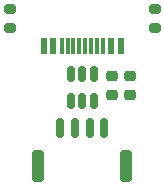
<source format=gbr>
%TF.GenerationSoftware,KiCad,Pcbnew,(6.0.5)*%
%TF.CreationDate,2022-07-03T04:30:49-06:00*%
%TF.ProjectId,usbc-daughter-board,75736263-2d64-4617-9567-687465722d62,1.0*%
%TF.SameCoordinates,Original*%
%TF.FileFunction,Paste,Top*%
%TF.FilePolarity,Positive*%
%FSLAX46Y46*%
G04 Gerber Fmt 4.6, Leading zero omitted, Abs format (unit mm)*
G04 Created by KiCad (PCBNEW (6.0.5)) date 2022-07-03 04:30:49*
%MOMM*%
%LPD*%
G01*
G04 APERTURE LIST*
G04 Aperture macros list*
%AMRoundRect*
0 Rectangle with rounded corners*
0 $1 Rounding radius*
0 $2 $3 $4 $5 $6 $7 $8 $9 X,Y pos of 4 corners*
0 Add a 4 corners polygon primitive as box body*
4,1,4,$2,$3,$4,$5,$6,$7,$8,$9,$2,$3,0*
0 Add four circle primitives for the rounded corners*
1,1,$1+$1,$2,$3*
1,1,$1+$1,$4,$5*
1,1,$1+$1,$6,$7*
1,1,$1+$1,$8,$9*
0 Add four rect primitives between the rounded corners*
20,1,$1+$1,$2,$3,$4,$5,0*
20,1,$1+$1,$4,$5,$6,$7,0*
20,1,$1+$1,$6,$7,$8,$9,0*
20,1,$1+$1,$8,$9,$2,$3,0*%
G04 Aperture macros list end*
%ADD10RoundRect,0.218750X-0.256250X0.218750X-0.256250X-0.218750X0.256250X-0.218750X0.256250X0.218750X0*%
%ADD11RoundRect,0.200000X-0.275000X0.200000X-0.275000X-0.200000X0.275000X-0.200000X0.275000X0.200000X0*%
%ADD12RoundRect,0.150000X-0.150000X0.512500X-0.150000X-0.512500X0.150000X-0.512500X0.150000X0.512500X0*%
%ADD13RoundRect,0.225000X0.250000X-0.225000X0.250000X0.225000X-0.250000X0.225000X-0.250000X-0.225000X0*%
%ADD14RoundRect,0.150000X-0.150000X-0.700000X0.150000X-0.700000X0.150000X0.700000X-0.150000X0.700000X0*%
%ADD15RoundRect,0.250000X-0.250000X-1.100000X0.250000X-1.100000X0.250000X1.100000X-0.250000X1.100000X0*%
%ADD16R,0.600000X1.450000*%
%ADD17R,0.300000X1.450000*%
G04 APERTURE END LIST*
D10*
%TO.C,F1*%
X130030000Y-71542500D03*
X130030000Y-73117500D03*
%TD*%
D11*
%TO.C,R1*%
X121340000Y-65815000D03*
X121340000Y-67465000D03*
%TD*%
D12*
%TO.C,U1*%
X128450000Y-71362500D03*
X127500000Y-71362500D03*
X126550000Y-71362500D03*
X126550000Y-73637500D03*
X127500000Y-73637500D03*
X128450000Y-73637500D03*
%TD*%
D13*
%TO.C,C1*%
X131580000Y-73105000D03*
X131580000Y-71555000D03*
%TD*%
D14*
%TO.C,J2*%
X125615000Y-75900000D03*
X126865000Y-75900000D03*
X128115000Y-75900000D03*
X129365000Y-75900000D03*
D15*
X123765000Y-79100000D03*
X131215000Y-79100000D03*
%TD*%
D11*
%TO.C,R2*%
X133650000Y-65830000D03*
X133650000Y-67480000D03*
%TD*%
D16*
%TO.C,J1*%
X130750000Y-68955000D03*
X129950000Y-68955000D03*
D17*
X128750000Y-68955000D03*
X127750000Y-68955000D03*
X127250000Y-68955000D03*
X126250000Y-68955000D03*
D16*
X125050000Y-68955000D03*
X124250000Y-68955000D03*
X124250000Y-68955000D03*
X125050000Y-68955000D03*
D17*
X125750000Y-68955000D03*
X126750000Y-68955000D03*
X128250000Y-68955000D03*
X129250000Y-68955000D03*
D16*
X129950000Y-68955000D03*
X130750000Y-68955000D03*
%TD*%
M02*

</source>
